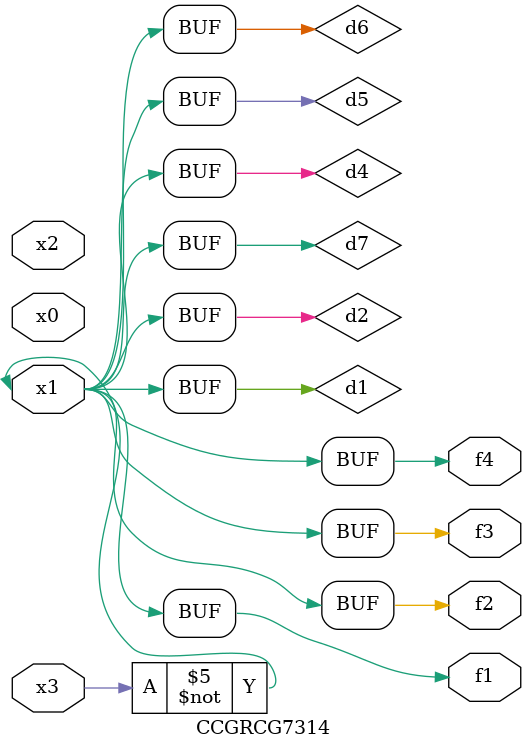
<source format=v>
module CCGRCG7314(
	input x0, x1, x2, x3,
	output f1, f2, f3, f4
);

	wire d1, d2, d3, d4, d5, d6, d7;

	not (d1, x3);
	buf (d2, x1);
	xnor (d3, d1, d2);
	nor (d4, d1);
	buf (d5, d1, d2);
	buf (d6, d4, d5);
	nand (d7, d4);
	assign f1 = d6;
	assign f2 = d7;
	assign f3 = d6;
	assign f4 = d6;
endmodule

</source>
